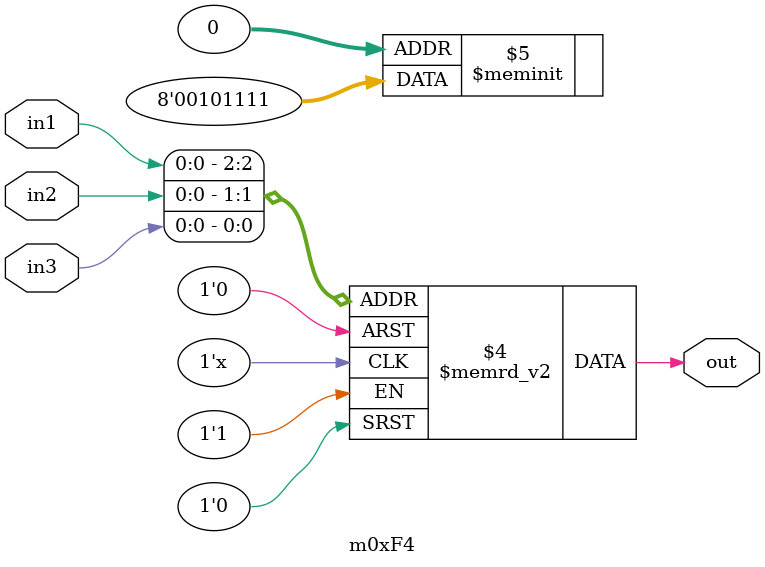
<source format=v>
module m0xF4(output out, input in1, in2, in3);

   always @(in1, in2, in3)
     begin
        case({in1, in2, in3})
          3'b000: {out} = 1'b1;
          3'b001: {out} = 1'b1;
          3'b010: {out} = 1'b1;
          3'b011: {out} = 1'b1;
          3'b100: {out} = 1'b0;
          3'b101: {out} = 1'b1;
          3'b110: {out} = 1'b0;
          3'b111: {out} = 1'b0;
        endcase // case ({in1, in2, in3})
     end // always @ (in1, in2, in3)

endmodule // m0xF4
</source>
